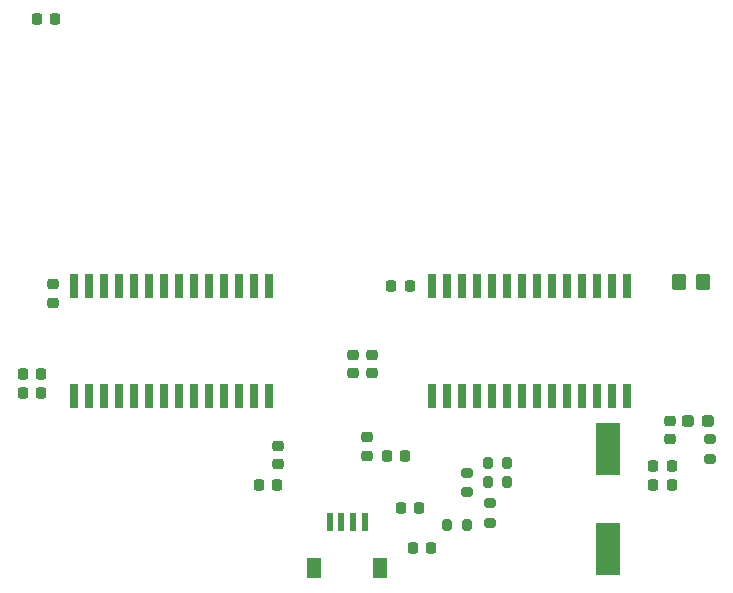
<source format=gtp>
%TF.GenerationSoftware,KiCad,Pcbnew,7.0.5*%
%TF.CreationDate,2023-08-04T21:05:34+03:00*%
%TF.ProjectId,ltp_kikad,6c74705f-6b69-46b6-9164-2e6b69636164,rev?*%
%TF.SameCoordinates,Original*%
%TF.FileFunction,Paste,Top*%
%TF.FilePolarity,Positive*%
%FSLAX46Y46*%
G04 Gerber Fmt 4.6, Leading zero omitted, Abs format (unit mm)*
G04 Created by KiCad (PCBNEW 7.0.5) date 2023-08-04 21:05:34*
%MOMM*%
%LPD*%
G01*
G04 APERTURE LIST*
G04 Aperture macros list*
%AMRoundRect*
0 Rectangle with rounded corners*
0 $1 Rounding radius*
0 $2 $3 $4 $5 $6 $7 $8 $9 X,Y pos of 4 corners*
0 Add a 4 corners polygon primitive as box body*
4,1,4,$2,$3,$4,$5,$6,$7,$8,$9,$2,$3,0*
0 Add four circle primitives for the rounded corners*
1,1,$1+$1,$2,$3*
1,1,$1+$1,$4,$5*
1,1,$1+$1,$6,$7*
1,1,$1+$1,$8,$9*
0 Add four rect primitives between the rounded corners*
20,1,$1+$1,$2,$3,$4,$5,0*
20,1,$1+$1,$4,$5,$6,$7,0*
20,1,$1+$1,$6,$7,$8,$9,0*
20,1,$1+$1,$8,$9,$2,$3,0*%
G04 Aperture macros list end*
%ADD10RoundRect,0.225000X-0.225000X-0.250000X0.225000X-0.250000X0.225000X0.250000X-0.225000X0.250000X0*%
%ADD11R,0.600000X1.550000*%
%ADD12R,1.200000X1.800000*%
%ADD13RoundRect,0.225000X0.250000X-0.225000X0.250000X0.225000X-0.250000X0.225000X-0.250000X-0.225000X0*%
%ADD14RoundRect,0.225000X-0.250000X0.225000X-0.250000X-0.225000X0.250000X-0.225000X0.250000X0.225000X0*%
%ADD15RoundRect,0.225000X0.225000X0.250000X-0.225000X0.250000X-0.225000X-0.250000X0.225000X-0.250000X0*%
%ADD16R,0.650000X2.100000*%
%ADD17RoundRect,0.200000X-0.275000X0.200000X-0.275000X-0.200000X0.275000X-0.200000X0.275000X0.200000X0*%
%ADD18RoundRect,0.200000X0.200000X0.275000X-0.200000X0.275000X-0.200000X-0.275000X0.200000X-0.275000X0*%
%ADD19RoundRect,0.200000X-0.200000X-0.275000X0.200000X-0.275000X0.200000X0.275000X-0.200000X0.275000X0*%
%ADD20RoundRect,0.200000X0.275000X-0.200000X0.275000X0.200000X-0.275000X0.200000X-0.275000X-0.200000X0*%
%ADD21R,2.000000X4.500000*%
%ADD22RoundRect,0.250000X-0.350000X-0.450000X0.350000X-0.450000X0.350000X0.450000X-0.350000X0.450000X0*%
%ADD23RoundRect,0.237500X0.287500X0.237500X-0.287500X0.237500X-0.287500X-0.237500X0.287500X-0.237500X0*%
G04 APERTURE END LIST*
D10*
%TO.C,C11*%
X155612000Y-103200000D03*
X157162000Y-103200000D03*
%TD*%
D11*
%TO.C,J1*%
X149587000Y-104400000D03*
X150587000Y-104400000D03*
X151587000Y-104400000D03*
X152587000Y-104400000D03*
D12*
X148287000Y-108275000D03*
X153887000Y-108275000D03*
%TD*%
D13*
%TO.C,C9*%
X145187000Y-99450000D03*
X145187000Y-97900000D03*
%TD*%
D14*
%TO.C,C7*%
X153187000Y-90225000D03*
X153187000Y-91775000D03*
%TD*%
D15*
%TO.C,C5*%
X125162000Y-93400000D03*
X123612000Y-93400000D03*
%TD*%
D14*
%TO.C,C13*%
X126187000Y-84250000D03*
X126187000Y-85800000D03*
%TD*%
D16*
%TO.C,IC1*%
X127988900Y-93661600D03*
X129258900Y-93661600D03*
X130528900Y-93661600D03*
X131798900Y-93661600D03*
X133068900Y-93661600D03*
X134338900Y-93661600D03*
X135608900Y-93661600D03*
X136878900Y-93661600D03*
X138148900Y-93661600D03*
X139418900Y-93661600D03*
X140688900Y-93661600D03*
X141958900Y-93661600D03*
X143228900Y-93661600D03*
X144498900Y-93661600D03*
X144498900Y-84361600D03*
X143228900Y-84361600D03*
X141958900Y-84361600D03*
X140688900Y-84361600D03*
X139418900Y-84361600D03*
X138148900Y-84361600D03*
X136878900Y-84361600D03*
X135608900Y-84361600D03*
X134338900Y-84361600D03*
X133068900Y-84361600D03*
X131798900Y-84361600D03*
X130528900Y-84361600D03*
X129258900Y-84361600D03*
X127988900Y-84361600D03*
%TD*%
D14*
%TO.C,C2*%
X151587000Y-90225000D03*
X151587000Y-91775000D03*
%TD*%
D17*
%TO.C,R13*%
X161187000Y-100175000D03*
X161187000Y-101825000D03*
%TD*%
D18*
%TO.C,R10*%
X161212000Y-104600000D03*
X159562000Y-104600000D03*
%TD*%
D19*
%TO.C,R12*%
X162962000Y-101000000D03*
X164612000Y-101000000D03*
%TD*%
D10*
%TO.C,C1*%
X123612000Y-91800000D03*
X125162000Y-91800000D03*
%TD*%
%TO.C,C19*%
X156612000Y-106600000D03*
X158162000Y-106600000D03*
%TD*%
D13*
%TO.C,C17*%
X152787000Y-98750000D03*
X152787000Y-97200000D03*
%TD*%
D20*
%TO.C,R14*%
X163187000Y-104425000D03*
X163187000Y-102775000D03*
%TD*%
D10*
%TO.C,C6*%
X124812000Y-61800000D03*
X126362000Y-61800000D03*
%TD*%
D15*
%TO.C,C8*%
X145162000Y-101200000D03*
X143612000Y-101200000D03*
%TD*%
%TO.C,C12*%
X156362000Y-84400000D03*
X154812000Y-84400000D03*
%TD*%
D20*
%TO.C,R15*%
X181787000Y-99025000D03*
X181787000Y-97375000D03*
%TD*%
D10*
%TO.C,C24*%
X177012000Y-99600000D03*
X178562000Y-99600000D03*
%TD*%
D13*
%TO.C,C22*%
X178387000Y-97375000D03*
X178387000Y-95825000D03*
%TD*%
D19*
%TO.C,R11*%
X162962000Y-99400000D03*
X164612000Y-99400000D03*
%TD*%
D10*
%TO.C,C23*%
X177012000Y-101200000D03*
X178562000Y-101200000D03*
%TD*%
D21*
%TO.C,Y1*%
X173187000Y-98150000D03*
X173187000Y-106650000D03*
%TD*%
D16*
%TO.C,IC2*%
X158258900Y-93661600D03*
X159528900Y-93661600D03*
X160798900Y-93661600D03*
X162068900Y-93661600D03*
X163338900Y-93661600D03*
X164608900Y-93661600D03*
X165878900Y-93661600D03*
X167148900Y-93661600D03*
X168418900Y-93661600D03*
X169688900Y-93661600D03*
X170958900Y-93661600D03*
X172228900Y-93661600D03*
X173498900Y-93661600D03*
X174768900Y-93661600D03*
X174768900Y-84361600D03*
X173498900Y-84361600D03*
X172228900Y-84361600D03*
X170958900Y-84361600D03*
X169688900Y-84361600D03*
X168418900Y-84361600D03*
X167148900Y-84361600D03*
X165878900Y-84361600D03*
X164608900Y-84361600D03*
X163338900Y-84361600D03*
X162068900Y-84361600D03*
X160798900Y-84361600D03*
X159528900Y-84361600D03*
X158258900Y-84361600D03*
%TD*%
D10*
%TO.C,C10*%
X154412000Y-98800000D03*
X155962000Y-98800000D03*
%TD*%
D22*
%TO.C,R9*%
X179187000Y-84000000D03*
X181187000Y-84000000D03*
%TD*%
D23*
%TO.C,PWR1*%
X181662000Y-95800000D03*
X179912000Y-95800000D03*
%TD*%
M02*

</source>
